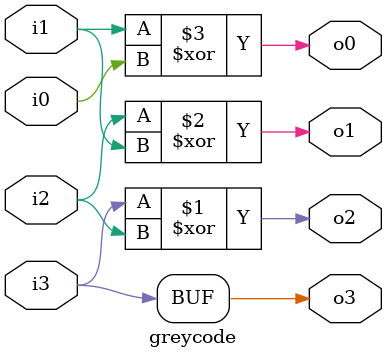
<source format=v>
`timescale 1ns / 1ps


module greycode(
    input i0,
    input i1,
    input i2,
    input i3,
    output o0,
    output o1,
    output o2,
    output o3
    );
    
    assign o3 = i3;
    assign o2 = i3 ^ i2;
    assign o1 = i2 ^ i1;
    assign o0 = i1 ^ i0;
    
endmodule

</source>
